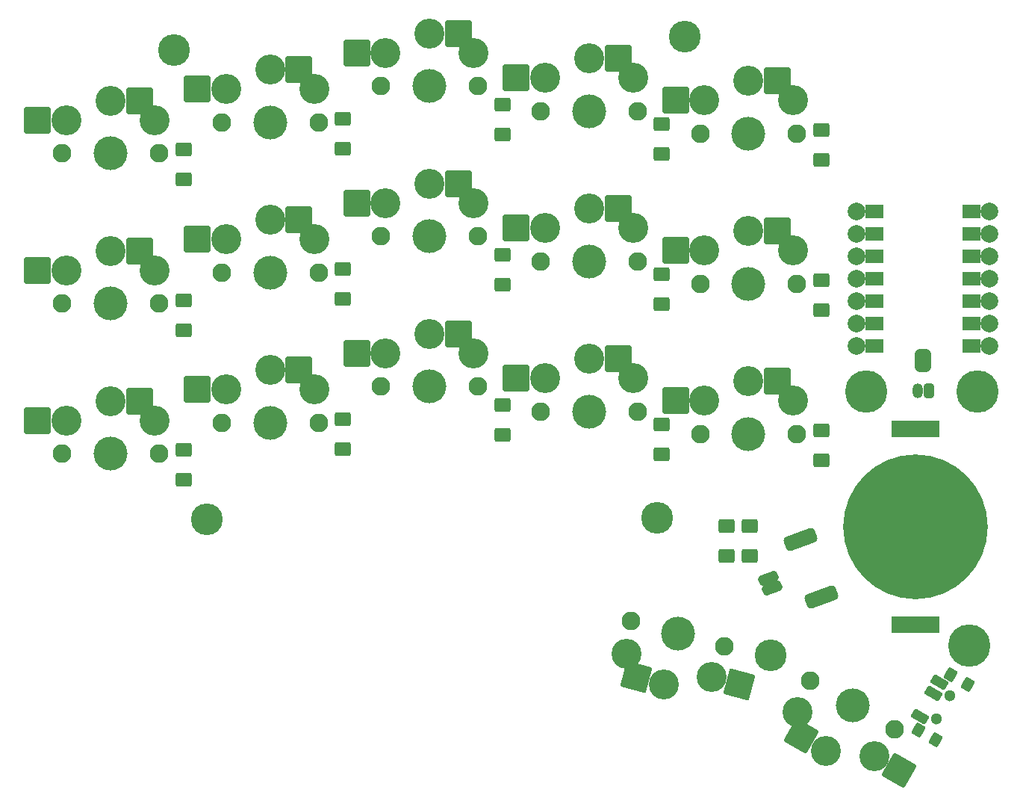
<source format=gts>
G04 #@! TF.GenerationSoftware,KiCad,Pcbnew,(6.0.6-0)*
G04 #@! TF.CreationDate,2022-09-17T12:29:46+08:00*
G04 #@! TF.ProjectId,Kretstr_d,4b726574-7374-472e-9464-2e6b69636164,rev?*
G04 #@! TF.SameCoordinates,Original*
G04 #@! TF.FileFunction,Soldermask,Top*
G04 #@! TF.FilePolarity,Negative*
%FSLAX46Y46*%
G04 Gerber Fmt 4.6, Leading zero omitted, Abs format (unit mm)*
G04 Created by KiCad (PCBNEW (6.0.6-0)) date 2022-09-17 12:29:46*
%MOMM*%
%LPD*%
G01*
G04 APERTURE LIST*
G04 Aperture macros list*
%AMRoundRect*
0 Rectangle with rounded corners*
0 $1 Rounding radius*
0 $2 $3 $4 $5 $6 $7 $8 $9 X,Y pos of 4 corners*
0 Add a 4 corners polygon primitive as box body*
4,1,4,$2,$3,$4,$5,$6,$7,$8,$9,$2,$3,0*
0 Add four circle primitives for the rounded corners*
1,1,$1+$1,$2,$3*
1,1,$1+$1,$4,$5*
1,1,$1+$1,$6,$7*
1,1,$1+$1,$8,$9*
0 Add four rect primitives between the rounded corners*
20,1,$1+$1,$2,$3,$4,$5,0*
20,1,$1+$1,$4,$5,$6,$7,0*
20,1,$1+$1,$6,$7,$8,$9,0*
20,1,$1+$1,$8,$9,$2,$3,0*%
%AMFreePoly0*
4,1,22,0.686777,0.580194,0.756366,0.524698,0.794986,0.444504,0.800000,0.400000,0.800000,0.200000,0.780194,0.113223,0.741421,0.058579,0.141421,-0.541421,0.066056,-0.588777,-0.022393,-0.598742,-0.106406,-0.569345,-0.141421,-0.541421,-0.741421,0.058579,-0.788777,0.133944,-0.800000,0.200000,-0.800000,0.400000,-0.780194,0.486777,-0.724698,0.556366,-0.644504,0.594986,-0.600000,0.600000,
0.600000,0.600000,0.686777,0.580194,0.686777,0.580194,$1*%
%AMFreePoly1*
4,1,26,0.706406,1.169345,0.769345,1.106406,0.798742,1.022393,0.800000,1.000000,0.800000,-0.250000,0.780194,-0.336777,0.724698,-0.406366,0.644504,-0.444986,0.600000,-0.450000,-0.600000,-0.450000,-0.686777,-0.430194,-0.756366,-0.374698,-0.794986,-0.294504,-0.800000,-0.250000,-0.800000,1.000000,-0.780194,1.086777,-0.724698,1.156366,-0.644504,1.194986,-0.555496,1.194986,-0.475302,1.156366,
-0.458579,1.141421,0.000000,0.682842,0.458579,1.141421,0.533944,1.188777,0.622393,1.198742,0.706406,1.169345,0.706406,1.169345,$1*%
%AMFreePoly2*
4,1,41,0.586777,0.930194,0.656366,0.874698,0.694986,0.794504,0.700000,0.750000,0.700000,-0.750000,0.680194,-0.836777,0.624698,-0.906366,0.544504,-0.944986,0.500000,-0.950000,0.000000,-0.950000,-0.023504,-0.944635,-0.083606,-0.943534,-0.139582,-0.934468,-0.274897,-0.892193,-0.326080,-0.867780,-0.444090,-0.789225,-0.486362,-0.751429,-0.577582,-0.642910,-0.607548,-0.594768,-0.664643,-0.465009,
-0.679893,-0.410393,-0.697476,-0.275933,-0.697084,-0.275882,-0.700000,-0.250000,-0.700000,0.250000,-0.697921,0.259109,-0.697582,0.286880,-0.675771,0.426957,-0.659192,0.481183,-0.598944,0.609508,-0.567811,0.656904,-0.473967,0.763162,-0.430783,0.799915,-0.310888,0.875563,-0.259125,0.898717,-0.122818,0.937674,-0.066635,0.945370,-0.042411,0.945222,0.000000,0.950000,0.500000,0.950000,
0.586777,0.930194,0.586777,0.930194,$1*%
%AMFreePoly3*
4,1,41,0.022678,0.944824,0.075125,0.944504,0.131210,0.936123,0.267031,0.895504,0.318507,0.871718,0.437469,0.794611,0.480202,0.757333,0.572740,0.649936,0.603290,0.602165,0.661967,0.473113,0.677883,0.418686,0.697980,0.278353,0.700000,0.250000,0.700000,-0.250000,0.699985,-0.252439,0.699836,-0.264655,0.697079,-0.295398,0.673559,-0.435199,0.656318,-0.489221,0.594506,-0.616800,
0.562797,-0.663810,0.467662,-0.768914,0.424032,-0.805137,0.303222,-0.879314,0.251181,-0.901834,0.114408,-0.939123,0.058135,-0.946132,0.037663,-0.945757,0.000000,-0.950000,-0.500000,-0.950000,-0.586777,-0.930194,-0.656366,-0.874698,-0.694986,-0.794504,-0.700000,-0.750000,-0.700000,0.750000,-0.680194,0.836777,-0.624698,0.906366,-0.544504,0.944986,-0.500000,0.950000,0.000000,0.950000,
0.022678,0.944824,0.022678,0.944824,$1*%
G04 Aperture macros list end*
%ADD10C,0.100000*%
%ADD11RoundRect,0.200000X0.700000X-0.600000X0.700000X0.600000X-0.700000X0.600000X-0.700000X-0.600000X0*%
%ADD12C,2.125000*%
%ADD13C,3.400000*%
%ADD14C,3.829000*%
%ADD15RoundRect,0.200000X1.300000X1.300000X-1.300000X1.300000X-1.300000X-1.300000X1.300000X-1.300000X0*%
%ADD16C,3.600000*%
%ADD17C,4.800000*%
%ADD18RoundRect,0.200000X0.096410X-0.633013X0.596410X0.233013X-0.096410X0.633013X-0.596410X-0.233013X0*%
%ADD19C,1.300000*%
%ADD20RoundRect,0.200000X0.474519X-0.678109X0.824519X-0.071891X-0.474519X0.678109X-0.824519X0.071891X0*%
%ADD21RoundRect,0.400000X0.200000X0.450000X-0.200000X0.450000X-0.200000X-0.450000X0.200000X-0.450000X0*%
%ADD22O,1.200000X1.700000*%
%ADD23RoundRect,0.200000X-1.775833X-0.475833X0.475833X-1.775833X1.775833X0.475833X-0.475833X1.775833X0*%
%ADD24RoundRect,0.200000X-0.700000X0.600000X-0.700000X-0.600000X0.700000X-0.600000X0.700000X0.600000X0*%
%ADD25RoundRect,0.400000X0.773173X0.068577X0.636365X0.444454X-0.773173X-0.068577X-0.636365X-0.444454X0*%
%ADD26RoundRect,0.450000X1.475870X0.111502X1.202254X0.863256X-1.475870X-0.111502X-1.202254X-0.863256X0*%
%ADD27C,2.000000*%
%ADD28FreePoly0,270.000000*%
%ADD29FreePoly0,90.000000*%
%ADD30FreePoly1,90.000000*%
%ADD31FreePoly1,270.000000*%
%ADD32RoundRect,0.200000X-1.592168X-0.919239X0.919239X-1.592168X1.592168X0.919239X-0.919239X1.592168X0*%
%ADD33FreePoly2,90.000000*%
%ADD34FreePoly3,90.000000*%
%ADD35RoundRect,0.200000X2.540000X-0.768600X2.540000X0.768600X-2.540000X0.768600X-2.540000X-0.768600X0*%
%ADD36C,16.400000*%
G04 APERTURE END LIST*
G36*
X188637651Y-80672681D02*
G01*
X187621651Y-80672681D01*
X187621651Y-79656681D01*
X188637651Y-79656681D01*
X188637651Y-80672681D01*
G37*
D10*
X188637651Y-80672681D02*
X187621651Y-80672681D01*
X187621651Y-79656681D01*
X188637651Y-79656681D01*
X188637651Y-80672681D01*
G36*
X188637651Y-83212681D02*
G01*
X187621651Y-83212681D01*
X187621651Y-82196681D01*
X188637651Y-82196681D01*
X188637651Y-83212681D01*
G37*
X188637651Y-83212681D02*
X187621651Y-83212681D01*
X187621651Y-82196681D01*
X188637651Y-82196681D01*
X188637651Y-83212681D01*
G36*
X177258451Y-88292681D02*
G01*
X176242451Y-88292681D01*
X176242451Y-87276681D01*
X177258451Y-87276681D01*
X177258451Y-88292681D01*
G37*
X177258451Y-88292681D02*
X176242451Y-88292681D01*
X176242451Y-87276681D01*
X177258451Y-87276681D01*
X177258451Y-88292681D01*
G36*
X188637651Y-85752681D02*
G01*
X187621651Y-85752681D01*
X187621651Y-84736681D01*
X188637651Y-84736681D01*
X188637651Y-85752681D01*
G37*
X188637651Y-85752681D02*
X187621651Y-85752681D01*
X187621651Y-84736681D01*
X188637651Y-84736681D01*
X188637651Y-85752681D01*
G36*
X188637651Y-88292681D02*
G01*
X187621651Y-88292681D01*
X187621651Y-87276681D01*
X188637651Y-87276681D01*
X188637651Y-88292681D01*
G37*
X188637651Y-88292681D02*
X187621651Y-88292681D01*
X187621651Y-87276681D01*
X188637651Y-87276681D01*
X188637651Y-88292681D01*
G36*
X188637651Y-78132681D02*
G01*
X187621651Y-78132681D01*
X187621651Y-77116681D01*
X188637651Y-77116681D01*
X188637651Y-78132681D01*
G37*
X188637651Y-78132681D02*
X187621651Y-78132681D01*
X187621651Y-77116681D01*
X188637651Y-77116681D01*
X188637651Y-78132681D01*
G36*
X177258451Y-83212681D02*
G01*
X176242451Y-83212681D01*
X176242451Y-82196681D01*
X177258451Y-82196681D01*
X177258451Y-83212681D01*
G37*
X177258451Y-83212681D02*
X176242451Y-83212681D01*
X176242451Y-82196681D01*
X177258451Y-82196681D01*
X177258451Y-83212681D01*
G36*
X177258451Y-80672681D02*
G01*
X176242451Y-80672681D01*
X176242451Y-79656681D01*
X177258451Y-79656681D01*
X177258451Y-80672681D01*
G37*
X177258451Y-80672681D02*
X176242451Y-80672681D01*
X176242451Y-79656681D01*
X177258451Y-79656681D01*
X177258451Y-80672681D01*
G36*
X188637651Y-75592681D02*
G01*
X187621651Y-75592681D01*
X187621651Y-74576681D01*
X188637651Y-74576681D01*
X188637651Y-75592681D01*
G37*
X188637651Y-75592681D02*
X187621651Y-75592681D01*
X187621651Y-74576681D01*
X188637651Y-74576681D01*
X188637651Y-75592681D01*
G36*
X177258451Y-78132681D02*
G01*
X176242451Y-78132681D01*
X176242451Y-77116681D01*
X177258451Y-77116681D01*
X177258451Y-78132681D01*
G37*
X177258451Y-78132681D02*
X176242451Y-78132681D01*
X176242451Y-77116681D01*
X177258451Y-77116681D01*
X177258451Y-78132681D01*
G36*
X177258451Y-85752681D02*
G01*
X176242451Y-85752681D01*
X176242451Y-84736681D01*
X177258451Y-84736681D01*
X177258451Y-85752681D01*
G37*
X177258451Y-85752681D02*
X176242451Y-85752681D01*
X176242451Y-84736681D01*
X177258451Y-84736681D01*
X177258451Y-85752681D01*
G36*
X177258451Y-73052681D02*
G01*
X176242451Y-73052681D01*
X176242451Y-72036681D01*
X177258451Y-72036681D01*
X177258451Y-73052681D01*
G37*
X177258451Y-73052681D02*
X176242451Y-73052681D01*
X176242451Y-72036681D01*
X177258451Y-72036681D01*
X177258451Y-73052681D01*
G36*
X177258451Y-75592681D02*
G01*
X176242451Y-75592681D01*
X176242451Y-74576681D01*
X177258451Y-74576681D01*
X177258451Y-75592681D01*
G37*
X177258451Y-75592681D02*
X176242451Y-75592681D01*
X176242451Y-74576681D01*
X177258451Y-74576681D01*
X177258451Y-75592681D01*
G36*
X188637651Y-73052681D02*
G01*
X187621651Y-73052681D01*
X187621651Y-72036681D01*
X188637651Y-72036681D01*
X188637651Y-73052681D01*
G37*
X188637651Y-73052681D02*
X187621651Y-73052681D01*
X187621651Y-72036681D01*
X188637651Y-72036681D01*
X188637651Y-73052681D01*
D11*
X170895790Y-83748281D03*
X170895790Y-80348281D03*
D12*
X102891390Y-96496681D03*
D13*
X103391390Y-92746681D03*
X113391390Y-92746681D03*
D12*
X113891390Y-96496681D03*
D14*
X108391390Y-96496681D03*
D13*
X108391390Y-90546681D03*
D15*
X111666390Y-90546681D03*
X100116390Y-92746681D03*
D11*
X134726190Y-80868080D03*
X134726190Y-77468080D03*
D16*
X101245857Y-107468340D03*
D11*
X98556590Y-86029481D03*
X98556590Y-82629481D03*
D14*
X126476190Y-75408681D03*
D13*
X131476190Y-71658681D03*
X126476190Y-69458681D03*
D12*
X131976190Y-75408681D03*
X120976190Y-75408681D03*
D13*
X121476190Y-71658681D03*
D15*
X129751190Y-69458681D03*
X118201190Y-71658681D03*
D12*
X102891390Y-79478681D03*
D13*
X113391390Y-75728681D03*
X108391390Y-73528681D03*
D14*
X108391390Y-79478681D03*
D12*
X113891390Y-79478681D03*
D13*
X103391390Y-75728681D03*
D15*
X111666390Y-73528681D03*
X100116390Y-75728681D03*
D17*
X188571312Y-92962481D03*
D13*
X131476190Y-88676681D03*
X121476190Y-88676681D03*
X126476190Y-86476681D03*
D12*
X131976190Y-92426681D03*
X120976190Y-92426681D03*
D14*
X126476190Y-92426681D03*
D15*
X129751190Y-86476681D03*
X118201190Y-88676681D03*
D11*
X116641390Y-99496681D03*
X116641390Y-96096681D03*
X116641390Y-82478681D03*
X116641390Y-79078681D03*
D18*
X183839867Y-132469073D03*
D19*
X185462239Y-127459042D03*
D18*
X187489867Y-126147087D03*
X181925951Y-131364073D03*
D19*
X183962239Y-130057118D03*
D18*
X185575951Y-125042087D03*
D20*
X182063035Y-129826637D03*
X183563035Y-127228561D03*
X184313035Y-125929523D03*
D13*
X103391390Y-58710681D03*
X108391390Y-56510681D03*
D14*
X108391390Y-62460681D03*
D12*
X113891390Y-62460681D03*
D13*
X113391390Y-58710681D03*
D12*
X102891390Y-62460681D03*
D15*
X111666390Y-56510681D03*
X100116390Y-58710681D03*
D21*
X183065051Y-92895940D03*
D22*
X181815051Y-92895940D03*
D11*
X152810990Y-83076680D03*
X152810990Y-79676680D03*
D14*
X90306590Y-99996681D03*
D12*
X95806590Y-99996681D03*
D13*
X90306590Y-94046681D03*
X85306590Y-96246681D03*
D12*
X84806590Y-99996681D03*
D13*
X95306590Y-96246681D03*
D15*
X93581590Y-94046681D03*
X82031590Y-96246681D03*
D13*
X139560990Y-57440481D03*
X144560990Y-55240481D03*
D14*
X144560990Y-61190481D03*
D13*
X149560990Y-57440481D03*
D12*
X150060990Y-61190481D03*
X139060990Y-61190481D03*
D15*
X147835990Y-55240481D03*
X136285990Y-57440481D03*
D11*
X170895851Y-66730280D03*
X170895851Y-63330280D03*
D16*
X152270051Y-107307880D03*
D12*
X179181991Y-131266880D03*
D13*
X176873978Y-134264475D03*
D12*
X169655711Y-125766880D03*
D13*
X168213724Y-129264475D03*
X171443851Y-133669731D03*
D14*
X174418851Y-128516880D03*
D23*
X168607618Y-132032231D03*
X179710211Y-135901975D03*
D24*
X160118651Y-108249480D03*
X160118651Y-111649480D03*
D12*
X120976190Y-58390681D03*
D13*
X121476190Y-54640681D03*
D12*
X131976190Y-58390681D03*
D13*
X131476190Y-54640681D03*
X126476190Y-52440681D03*
D14*
X126476190Y-58390681D03*
D15*
X129751190Y-52440681D03*
X118201190Y-54640681D03*
D17*
X187626851Y-121785880D03*
D24*
X162811051Y-108249480D03*
X162811051Y-111649480D03*
D11*
X98556590Y-102996681D03*
X98556590Y-99596681D03*
D25*
X165351662Y-115286210D03*
X164924137Y-114111595D03*
D26*
X168530381Y-109766122D03*
X170907421Y-116296986D03*
D13*
X149560990Y-91476681D03*
D12*
X139060990Y-95226681D03*
D14*
X144560990Y-95226681D03*
D13*
X139560990Y-91476681D03*
X144560990Y-89276681D03*
D12*
X150060990Y-95226681D03*
D15*
X147835990Y-89276681D03*
X136285990Y-91476681D03*
D14*
X144560990Y-78208681D03*
D12*
X139060990Y-78208681D03*
D13*
X139560990Y-74458681D03*
X149560990Y-74458681D03*
D12*
X150060990Y-78208681D03*
D13*
X144560990Y-72258681D03*
D15*
X147835990Y-72258681D03*
X136285990Y-74458681D03*
D16*
X97512067Y-54264934D03*
D11*
X116641390Y-65460681D03*
X116641390Y-62060681D03*
D14*
X90306590Y-82978681D03*
D12*
X84806590Y-82978681D03*
D13*
X85306590Y-79228681D03*
X90306590Y-77028681D03*
X95306590Y-79228681D03*
D12*
X95806590Y-82978681D03*
D15*
X93581590Y-77028681D03*
X82031590Y-79228681D03*
D11*
X134726190Y-97886080D03*
X134726190Y-94486080D03*
D12*
X84806590Y-65960681D03*
D13*
X95306590Y-62210681D03*
D14*
X90306590Y-65960681D03*
D13*
X85306590Y-62210681D03*
X90306590Y-60010681D03*
D12*
X95806590Y-65960681D03*
D15*
X93581590Y-60010681D03*
X82031590Y-62210681D03*
D17*
X175953565Y-92962481D03*
D11*
X134726190Y-63850080D03*
X134726190Y-60450080D03*
D13*
X157645790Y-94016281D03*
D12*
X157145790Y-97766281D03*
D13*
X167645790Y-94016281D03*
D14*
X162645790Y-97766281D03*
D12*
X168145790Y-97766281D03*
D13*
X162645790Y-91816281D03*
D15*
X165920790Y-91816281D03*
X154370790Y-94016281D03*
D16*
X165147851Y-122852680D03*
X155368851Y-52766334D03*
D27*
X174881251Y-75084681D03*
D28*
X188383651Y-72544681D03*
D27*
X189983851Y-82704681D03*
X174881251Y-77624681D03*
X189983851Y-77624681D03*
X174881251Y-82704681D03*
D28*
X188383651Y-82704681D03*
D29*
X176496451Y-82704681D03*
D27*
X174881251Y-72544681D03*
X189983851Y-75084681D03*
X174881251Y-87784681D03*
D28*
X188383651Y-85244681D03*
X188383651Y-77624681D03*
X188383651Y-75084681D03*
D27*
X189983851Y-80164681D03*
X174881251Y-80164681D03*
X189983851Y-85244681D03*
X174881251Y-85244681D03*
D29*
X176496451Y-80164681D03*
X176496451Y-85244681D03*
X176496451Y-75084681D03*
D27*
X189983851Y-87784681D03*
D28*
X188383651Y-87784681D03*
D29*
X176496451Y-77624681D03*
X176496451Y-72544681D03*
D27*
X189983851Y-72544681D03*
D29*
X176496451Y-87784681D03*
D28*
X188383651Y-80164681D03*
D30*
X177512451Y-72544681D03*
X177512451Y-75084681D03*
X177512451Y-77624681D03*
X177512451Y-80164681D03*
X177512451Y-82704681D03*
X177512451Y-85244681D03*
X177512451Y-87784681D03*
D31*
X187367651Y-87784681D03*
X187367651Y-85244681D03*
X187367651Y-82704681D03*
X187367651Y-80164681D03*
X187367651Y-77624681D03*
X187367651Y-75084681D03*
X187367651Y-72544681D03*
D14*
X154606851Y-120388880D03*
D12*
X159919443Y-121812385D03*
D13*
X148806650Y-122717007D03*
X153066878Y-126136139D03*
X158465909Y-125305197D03*
D12*
X149294259Y-118965375D03*
D32*
X149903471Y-125288506D03*
X161629316Y-126152829D03*
D11*
X152810990Y-66058480D03*
X152810990Y-62658480D03*
X152810990Y-100094680D03*
X152810990Y-96694680D03*
D33*
X182440051Y-90093940D03*
D34*
X182440051Y-88793940D03*
D11*
X170895790Y-100766281D03*
X170895790Y-97366281D03*
X98556590Y-68960681D03*
X98556590Y-65560681D03*
D35*
X181611190Y-119417480D03*
X181611190Y-97180280D03*
D36*
X181611190Y-108298880D03*
D13*
X167645790Y-59980281D03*
X162645790Y-57780281D03*
D12*
X157145790Y-63730281D03*
D13*
X157645790Y-59980281D03*
D14*
X162645790Y-63730281D03*
D12*
X168145790Y-63730281D03*
D15*
X165920790Y-57780281D03*
X154370790Y-59980281D03*
D13*
X167645790Y-76998281D03*
D12*
X168145790Y-80748281D03*
D13*
X162645790Y-74798281D03*
D12*
X157145790Y-80748281D03*
D14*
X162645790Y-80748281D03*
D13*
X157645790Y-76998281D03*
D15*
X165920790Y-74798281D03*
X154370790Y-76998281D03*
D19*
X185462239Y-127459042D03*
X183962239Y-130057118D03*
M02*

</source>
